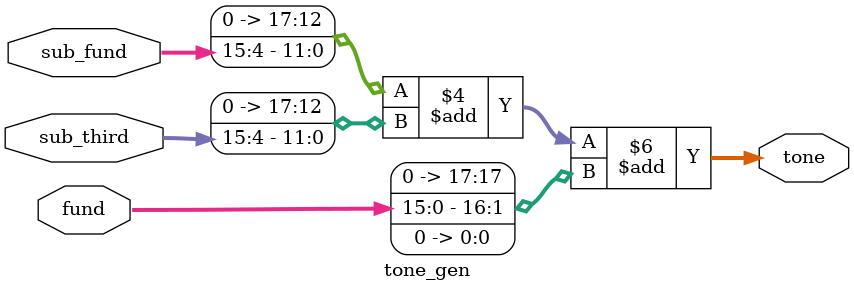
<source format=v>
module tone_gen(
    input [15:0] sub_fund,
    input [15:0] sub_third,
    input [15:0] fund,
//    input [15:0] octave,
    output reg [17:0] tone
);

    always @ (*)
        tone = (sub_fund >> 4) + (sub_third >> 4) + (fund << 1);
//        tone = (sub_fund >> 4) + (sub_third >> 2) + (octave >> 1) + (fund << 1);

endmodule
</source>
